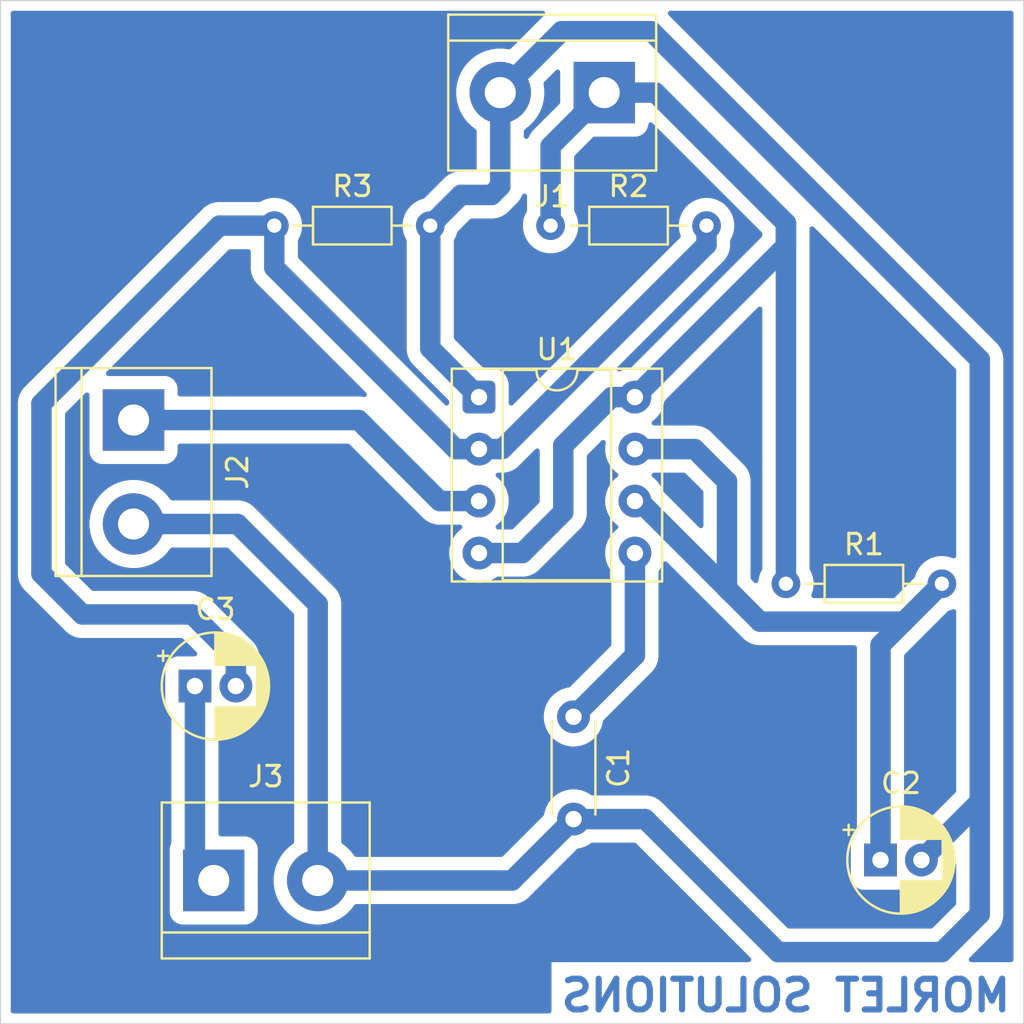
<source format=kicad_pcb>
(kicad_pcb (version 20241229) (generator "pcbnew") (generator_version "9.0")
  (layers (0 "F.Cu" signal) (2 "B.Cu" signal) (13 "F.Paste" user) (15 "B.Paste" user) (5 "F.SilkS" user "F.Silkscreen") (7 "B.SilkS" user "B.Silkscreen") (1 "F.Mask" user) (3 "B.Mask" user) (25 "Edge.Cuts" user))
  (net 0 "")
  (net 1 "Net-(U1-CV)")
  (net 2 "Net-(J1-Pin_2)")
  (net 3 "Net-(U1-DIS)")
  (net 4 "Net-(U1-TR)")
  (net 5 "Net-(J3-Pin_1)")
  (net 6 "Net-(J1-Pin_1)")
  (net 7 "Net-(J2-Pin_1)")
  (footprint "Capacitor_THT:C_Disc_D4.3mm_W1.9mm_P5.00mm" (layer "F.Cu") (at 108 75 -90)
    (property "Reference" "C1" (at 2.5 -2.2 90) (layer "F.SilkS"))
    (property "Value" "0.01uF")
    (fp_line (start 0.23 1.07) (end 4.77 1.07) (stroke (width 0.12)) (layer "F.SilkS"))
    (fp_line (start 0.23 1.055) (end 0.23 1.07) (stroke (width 0.12)) (layer "F.SilkS"))
    (fp_line (start 4.77 1.055) (end 4.77 1.07) (stroke (width 0.12)) (layer "F.SilkS"))
    (fp_line (start 0.23 -1.07) (end 0.23 -1.055) (stroke (width 0.12)) (layer "F.SilkS"))
    (fp_line (start 0.23 -1.07) (end 4.77 -1.07) (stroke (width 0.12)) (layer "F.SilkS"))
    (fp_line (start 4.77 -1.07) (end 4.77 -1.055) (stroke (width 0.12)) (layer "F.SilkS"))
    (pad "1" thru_hole circle (at 0 0 270) (size 1.6 1.6) (drill 0.8) (layers "*.Cu" "*.Mask") (net 1 "Net-(U1-CV)"))
    (pad "2" thru_hole circle (at 5 0 270) (size 1.6 1.6) (drill 0.8) (layers "*.Cu" "*.Mask") (net 2 "Net-(J1-Pin_2)"))
  )
  (footprint "TerminalBlock:TerminalBlock_bornier-2_P5.08mm" (layer "F.Cu") (at 109.5 44.5 180)
    (property "Reference" "J1" (at 2.54 -5.08 0) (layer "F.SilkS"))
    (property "Value" "Conn_01x02")
    (fp_line (start 7.62 3.81) (end 7.62 -3.81) (stroke (width 0.12)) (layer "F.SilkS"))
    (fp_line (start 7.62 2.54) (end -2.54 2.54) (stroke (width 0.12)) (layer "F.SilkS"))
    (fp_line (start 7.62 -3.81) (end -2.54 -3.81) (stroke (width 0.12)) (layer "F.SilkS"))
    (fp_line (start -2.54 3.81) (end 7.62 3.81) (stroke (width 0.12)) (layer "F.SilkS"))
    (fp_line (start -2.54 -3.81) (end -2.54 3.81) (stroke (width 0.12)) (layer "F.SilkS"))
    (pad "1" thru_hole rect (at 0 0 180) (size 3 3) (drill 1.52) (layers "*.Cu" "*.Mask") (net 6 "Net-(J1-Pin_1)"))
    (pad "2" thru_hole circle (at 5.08 0 180) (size 3 3) (drill 1.52) (layers "*.Cu" "*.Mask") (net 2 "Net-(J1-Pin_2)"))
  )
  (footprint "Capacitor_THT:CP_Radial_D5.0mm_P2.00mm" (layer "F.Cu") (at 89.5 73.5)
    (property "Reference" "C3" (at 1 -3.75 0) (layer "F.SilkS"))
    (property "Value" "10uF")
    (fp_line (start -1.804775 -1.475) (end -1.304775 -1.475) (stroke (width 0.12)) (layer "F.SilkS"))
    (fp_line (start -1.554775 -1.725) (end -1.554775 -1.225) (stroke (width 0.12)) (layer "F.SilkS"))
    (fp_line (start 1 -2.58) (end 1 -1.04) (stroke (width 0.12)) (layer "F.SilkS"))
    (fp_line (start 1 1.04) (end 1 2.58) (stroke (width 0.12)) (layer "F.SilkS"))
    (fp_line (start 1.04 -2.58) (end 1.04 -1.04) (stroke (width 0.12)) (layer "F.SilkS"))
    (fp_line (start 1.04 1.04) (end 1.04 2.58) (stroke (width 0.12)) (layer "F.SilkS"))
    (fp_line (start 1.08 -2.579) (end 1.08 -1.04) (stroke (width 0.12)) (layer "F.SilkS"))
    (fp_line (start 1.08 1.04) (end 1.08 2.579) (stroke (width 0.12)) (layer "F.SilkS"))
    (fp_line (start 1.12 -2.578) (end 1.12 -1.04) (stroke (width 0.12)) (layer "F.SilkS"))
    (fp_line (start 1.12 1.04) (end 1.12 2.578) (stroke (width 0.12)) (layer "F.SilkS"))
    (fp_line (start 1.16 -2.576) (end 1.16 -1.04) (stroke (width 0.12)) (layer "F.SilkS"))
    (fp_line (start 1.16 1.04) (end 1.16 2.576) (stroke (width 0.12)) (layer "F.SilkS"))
    (fp_line (start 1.2 -2.573) (end 1.2 -1.04) (stroke (width 0.12)) (layer "F.SilkS"))
    (fp_line (start 1.2 1.04) (end 1.2 2.573) (stroke (width 0.12)) (layer "F.SilkS"))
    (fp_line (start 1.24 -2.569) (end 1.24 -1.04) (stroke (width 0.12)) (layer "F.SilkS"))
    (fp_line (start 1.24 1.04) (end 1.24 2.569) (stroke (width 0.12)) (layer "F.SilkS"))
    (fp_line (start 1.28 -2.565) (end 1.28 -1.04) (stroke (width 0.12)) (layer "F.SilkS"))
    (fp_line (start 1.28 1.04) (end 1.28 2.565) (stroke (width 0.12)) (layer "F.SilkS"))
    (fp_line (start 1.32 -2.561) (end 1.32 -1.04) (stroke (width 0.12)) (layer "F.SilkS"))
    (fp_line (start 1.32 1.04) (end 1.32 2.561) (stroke (width 0.12)) (layer "F.SilkS"))
    (fp_line (start 1.36 -2.556) (end 1.36 -1.04) (stroke (width 0.12)) (layer "F.SilkS"))
    (fp_line (start 1.36 1.04) (end 1.36 2.556) (stroke (width 0.12)) (layer "F.SilkS"))
    (fp_line (start 1.4 -2.55) (end 1.4 -1.04) (stroke (width 0.12)) (layer "F.SilkS"))
    (fp_line (start 1.4 1.04) (end 1.4 2.55) (stroke (width 0.12)) (layer "F.SilkS"))
    (fp_line (start 1.44 -2.543) (end 1.44 -1.04) (stroke (width 0.12)) (layer "F.SilkS"))
    (fp_line (start 1.44 1.04) (end 1.44 2.543) (stroke (width 0.12)) (layer "F.SilkS"))
    (fp_line (start 1.48 -2.536) (end 1.48 -1.04) (stroke (width 0.12)) (layer "F.SilkS"))
    (fp_line (start 1.48 1.04) (end 1.48 2.536) (stroke (width 0.12)) (layer "F.SilkS"))
    (fp_line (start 1.52 -2.528) (end 1.52 -1.04) (stroke (width 0.12)) (layer "F.SilkS"))
    (fp_line (start 1.52 1.04) (end 1.52 2.528) (stroke (width 0.12)) (layer "F.SilkS"))
    (fp_line (start 1.56 -2.52) (end 1.56 -1.04) (stroke (width 0.12)) (layer "F.SilkS"))
    (fp_line (start 1.56 1.04) (end 1.56 2.52) (stroke (width 0.12)) (layer "F.SilkS"))
    (fp_line (start 1.6 -2.511) (end 1.6 -1.04) (stroke (width 0.12)) (layer "F.SilkS"))
    (fp_line (start 1.6 1.04) (end 1.6 2.511) (stroke (width 0.12)) (layer "F.SilkS"))
    (fp_line (start 1.64 -2.501) (end 1.64 -1.04) (stroke (width 0.12)) (layer "F.SilkS"))
    (fp_line (start 1.64 1.04) (end 1.64 2.501) (stroke (width 0.12)) (layer "F.SilkS"))
    (fp_line (start 1.68 -2.491) (end 1.68 -1.04) (stroke (width 0.12)) (layer "F.SilkS"))
    (fp_line (start 1.68 1.04) (end 1.68 2.491) (stroke (width 0.12)) (layer "F.SilkS"))
    (fp_line (start 1.721 -2.48) (end 1.721 -1.04) (stroke (width 0.12)) (layer "F.SilkS"))
    (fp_line (start 1.721 1.04) (end 1.721 2.48) (stroke (width 0.12)) (layer "F.SilkS"))
    (fp_line (start 1.761 -2.468) (end 1.761 -1.04) (stroke (width 0.12)) (layer "F.SilkS"))
    (fp_line (start 1.761 1.04) (end 1.761 2.468) (stroke (width 0.12)) (layer "F.SilkS"))
    (fp_line (start 1.801 -2.455) (end 1.801 -1.04) (stroke (width 0.12)) (layer "F.SilkS"))
    (fp_line (start 1.801 1.04) (end 1.801 2.455) (stroke (width 0.12)) (layer "F.SilkS"))
    (fp_line (start 1.841 -2.442) (end 1.841 -1.04) (stroke (width 0.12)) (layer "F.SilkS"))
    (fp_line (start 1.841 1.04) (end 1.841 2.442) (stroke (width 0.12)) (layer "F.SilkS"))
    (fp_line (start 1.881 -2.428) (end 1.881 -1.04) (stroke (width 0.12)) (layer "F.SilkS"))
    (fp_line (start 1.881 1.04) (end 1.881 2.428) (stroke (width 0.12)) (layer "F.SilkS"))
    (fp_line (start 1.921 -2.414) (end 1.921 -1.04) (stroke (width 0.12)) (layer "F.SilkS"))
    (fp_line (start 1.921 1.04) (end 1.921 2.414) (stroke (width 0.12)) (layer "F.SilkS"))
    (fp_line (start 1.961 -2.398) (end 1.961 -1.04) (stroke (width 0.12)) (layer "F.SilkS"))
    (fp_line (start 1.961 1.04) (end 1.961 2.398) (stroke (width 0.12)) (layer "F.SilkS"))
    (fp_line (start 2.001 -2.382) (end 2.001 -1.04) (stroke (width 0.12)) (layer "F.SilkS"))
    (fp_line (start 2.001 1.04) (end 2.001 2.382) (stroke (width 0.12)) (layer "F.SilkS"))
    (fp_line (start 2.041 -2.365) (end 2.041 -1.04) (stroke (width 0.12)) (layer "F.SilkS"))
    (fp_line (start 2.041 1.04) (end 2.041 2.365) (stroke (width 0.12)) (layer "F.SilkS"))
    (fp_line (start 2.081 -2.348) (end 2.081 -1.04) (stroke (width 0.12)) (layer "F.SilkS"))
    (fp_line (start 2.081 1.04) (end 2.081 2.348) (stroke (width 0.12)) (layer "F.SilkS"))
    (fp_line (start 2.121 -2.329) (end 2.121 -1.04) (stroke (width 0.12)) (layer "F.SilkS"))
    (fp_line (start 2.121 1.04) (end 2.121 2.329) (stroke (width 0.12)) (layer "F.SilkS"))
    (fp_line (start 2.161 -2.31) (end 2.161 -1.04) (stroke (width 0.12)) (layer "F.SilkS"))
    (fp_line (start 2.161 1.04) (end 2.161 2.31) (stroke (width 0.12)) (layer "F.SilkS"))
    (fp_line (start 2.201 -2.29) (end 2.201 -1.04) (stroke (width 0.12)) (layer "F.SilkS"))
    (fp_line (start 2.201 1.04) (end 2.201 2.29) (stroke (width 0.12)) (layer "F.SilkS"))
    (fp_line (start 2.241 -2.268) (end 2.241 -1.04) (stroke (width 0.12)) (layer "F.SilkS"))
    (fp_line (start 2.241 1.04) (end 2.241 2.268) (stroke (width 0.12)) (layer "F.SilkS"))
    (fp_line (start 2.281 -2.247) (end 2.281 -1.04) (stroke (width 0.12)) (layer "F.SilkS"))
    (fp_line (start 2.281 1.04) (end 2.281 2.247) (stroke (width 0.12)) (layer "F.SilkS"))
    (fp_line (start 2.321 -2.224) (end 2.321 -1.04) (stroke (width 0.12)) (layer "F.SilkS"))
    (fp_line (start 2.321 1.04) (end 2.321 2.224) (stroke (width 0.12)) (layer "F.SilkS"))
    (fp_line (start 2.361 -2.2) (end 2.361 -1.04) (stroke (width 0.12)) (layer "F.SilkS"))
    (fp_line (start 2.361 1.04) (end 2.361 2.2) (stroke (width 0.12)) (layer "F.SilkS"))
    (fp_line (start 2.401 -2.175) (end 2.401 -1.04) (stroke (width 0.12)) (layer "F.SilkS"))
    (fp_line (start 2.401 1.04) (end 2.401 2.175) (stroke (width 0.12)) (layer "F.SilkS"))
    (fp_line (start 2.441 -2.149) (end 2.441 -1.04) (stroke (width 0.12)) (layer "F.SilkS"))
    (fp_line (start 2.441 1.04) (end 2.441 2.149) (stroke (width 0.12)) (layer "F.SilkS"))
    (fp_line (start 2.481 -2.122) (end 2.481 -1.04) (stroke (width 0.12)) (layer "F.SilkS"))
    (fp_line (start 2.481 1.04) (end 2.481 2.122) (stroke (width 0.12)) (layer "F.SilkS"))
    (fp_line (start 2.521 -2.095) (end 2.521 -1.04) (stroke (width 0.12)) (layer "F.SilkS"))
    (fp_line (start 2.521 1.04) (end 2.521 2.095) (stroke (width 0.12)) (layer "F.SilkS"))
    (fp_line (start 2.561 -2.065) (end 2.561 -1.04) (stroke (width 0.12)) (layer "F.SilkS"))
    (fp_line (start 2.561 1.04) (end 2.561 2.065) (stroke (width 0.12)) (layer "F.SilkS"))
    (fp_line (start 2.601 -2.035) (end 2.601 -1.04) (stroke (width 0.12)) (layer "F.SilkS"))
    (fp_line (start 2.601 1.04) (end 2.601 2.035) (stroke (width 0.12)) (layer "F.SilkS"))
    (fp_line (start 2.641 -2.004) (end 2.641 -1.04) (stroke (width 0.12)) (layer "F.SilkS"))
    (fp_line (start 2.641 1.04) (end 2.641 2.004) (stroke (width 0.12)) (layer "F.SilkS"))
    (fp_line (start 2.681 -1.971) (end 2.681 -1.04) (stroke (width 0.12)) (layer "F.SilkS"))
    (fp_line (start 2.681 1.04) (end 2.681 1.971) (stroke (width 0.12)) (layer "F.SilkS"))
    (fp_line (start 2.721 -1.937) (end 2.721 -1.04) (stroke (width 0.12)) (layer "F.SilkS"))
    (fp_line (start 2.721 1.04) (end 2.721 1.937) (stroke (width 0.12)) (layer "F.SilkS"))
    (fp_line (start 2.761 -1.901) (end 2.761 -1.04) (stroke (width 0.12)) (layer "F.SilkS"))
    (fp_line (start 2.761 1.04) (end 2.761 1.901) (stroke (width 0.12)) (layer "F.SilkS"))
    (fp_line (start 2.801 -1.864) (end 2.801 -1.04) (stroke (width 0.12)) (layer "F.SilkS"))
    (fp_line (start 2.801 1.04) (end 2.801 1.864) (stroke (width 0.12)) (layer "F.SilkS"))
    (fp_line (start 2.841 -1.826) (end 2.841 -1.04) (stroke (width 0.12)) (layer "F.SilkS"))
    (fp_line (start 2.841 1.04) (end 2.841 1.826) (stroke (width 0.12)) (layer "F.SilkS"))
    (fp_line (start 2.881 -1.785) (end 2.881 -1.04) (stroke (width 0.12)) (layer "F.SilkS"))
    (fp_line (start 2.881 1.04) (end 2.881 1.785) (stroke (width 0.12)) (layer "F.SilkS"))
    (fp_line (start 2.921 -1.743) (end 2.921 -1.04) (stroke (width 0.12)) (layer "F.SilkS"))
    (fp_line (start 2.921 1.04) (end 2.921 1.743) (stroke (width 0.12)) (layer "F.SilkS"))
    (fp_line (start 2.961 -1.699) (end 2.961 -1.04) (stroke (width 0.12)) (layer "F.SilkS"))
    (fp_line (start 2.961 1.04) (end 2.961 1.699) (stroke (width 0.12)) (layer "F.SilkS"))
    (fp_line (start 3.001 -1.653) (end 3.001 -1.04) (stroke (width 0.12)) (layer "F.SilkS"))
    (fp_line (start 3.001 1.04) (end 3.001 1.653) (stroke (width 0.12)) (layer "F.SilkS"))
    (fp_line (start 3.041 -1.605) (end 3.041 1.605) (stroke (width 0.12)) (layer "F.SilkS"))
    (fp_line (start 3.081 -1.554) (end 3.081 1.554) (stroke (width 0.12)) (layer "F.SilkS"))
    (fp_line (start 3.121 -1.5) (end 3.121 1.5) (stroke (width 0.12)) (layer "F.SilkS"))
    (fp_line (start 3.161 -1.443) (end 3.161 1.443) (stroke (width 0.12)) (layer "F.SilkS"))
    (fp_line (start 3.201 -1.383) (end 3.201 1.383) (stroke (width 0.12)) (layer "F.SilkS"))
    (fp_line (start 3.241 -1.319) (end 3.241 1.319) (stroke (width 0.12)) (layer "F.SilkS"))
    (fp_line (start 3.281 -1.251) (end 3.281 1.251) (stroke (width 0.12)) (layer "F.SilkS"))
    (fp_line (start 3.321 -1.178) (end 3.321 1.178) (stroke (width 0.12)) (layer "F.SilkS"))
    (fp_line (start 3.361 -1.098) (end 3.361 1.098) (stroke (width 0.12)) (layer "F.SilkS"))
    (fp_line (start 3.401 -1.011) (end 3.401 1.011) (stroke (width 0.12)) (layer "F.SilkS"))
    (fp_line (start 3.441 -0.915) (end 3.441 0.915) (stroke (width 0.12)) (layer "F.SilkS"))
    (fp_line (start 3.481 -0.805) (end 3.481 0.805) (stroke (width 0.12)) (layer "F.SilkS"))
    (fp_line (start 3.521 -0.677) (end 3.521 0.677) (stroke (width 0.12)) (layer "F.SilkS"))
    (fp_line (start 3.561 -0.518) (end 3.561 0.518) (stroke (width 0.12)) (layer "F.SilkS"))
    (fp_line (start 3.601 -0.284) (end 3.601 0.284) (stroke (width 0.12)) (layer "F.SilkS"))
    (fp_circle (center 1 0) (end 3.62 0) (stroke (width 0.12)) (fill no) (layer "F.SilkS"))
    (pad "1" thru_hole rect (at 0 0) (size 1.6 1.6) (drill 0.8) (layers "*.Cu" "*.Mask") (net 5 "Net-(J3-Pin_1)"))
    (pad "2" thru_hole circle (at 2 0) (size 1.6 1.6) (drill 0.8) (layers "*.Cu" "*.Mask") (net 4 "Net-(U1-TR)"))
  )
  (footprint "Resistor_THT:R_Axial_DIN0204_L3.6mm_D1.6mm_P7.62mm_Horizontal" (layer "F.Cu") (at 118.38 68.5)
    (property "Reference" "R1" (at 3.81 -1.92 0) (layer "F.SilkS"))
    (property "Value" "1k")
    (fp_line (start 0.94 0) (end 1.89 0) (stroke (width 0.12)) (layer "F.SilkS"))
    (fp_line (start 1.89 -0.92) (end 1.89 0.92) (stroke (width 0.12)) (layer "F.SilkS"))
    (fp_line (start 1.89 0.92) (end 5.73 0.92) (stroke (width 0.12)) (layer "F.SilkS"))
    (fp_line (start 5.73 -0.92) (end 1.89 -0.92) (stroke (width 0.12)) (layer "F.SilkS"))
    (fp_line (start 5.73 0.92) (end 5.73 -0.92) (stroke (width 0.12)) (layer "F.SilkS"))
    (fp_line (start 6.68 0) (end 5.73 0) (stroke (width 0.12)) (layer "F.SilkS"))
    (pad "1" thru_hole circle (at 0 0) (size 1.4 1.4) (drill 0.7) (layers "*.Cu" "*.Mask") (net 6 "Net-(J1-Pin_1)"))
    (pad "2" thru_hole oval (at 7.62 0) (size 1.4 1.4) (drill 0.7) (layers "*.Cu" "*.Mask") (net 3 "Net-(U1-DIS)"))
  )
  (footprint "TerminalBlock:TerminalBlock_bornier-2_P5.08mm" (layer "F.Cu") (at 90.42 83)
    (property "Reference" "J3" (at 2.54 -5.08 0) (layer "F.SilkS"))
    (property "Value" "Conn_01x02")
    (fp_line (start -2.54 -3.81) (end -2.54 3.81) (stroke (width 0.12)) (layer "F.SilkS"))
    (fp_line (start -2.54 3.81) (end 7.62 3.81) (stroke (width 0.12)) (layer "F.SilkS"))
    (fp_line (start 7.62 -3.81) (end -2.54 -3.81) (stroke (width 0.12)) (layer "F.SilkS"))
    (fp_line (start 7.62 2.54) (end -2.54 2.54) (stroke (width 0.12)) (layer "F.SilkS"))
    (fp_line (start 7.62 3.81) (end 7.62 -3.81) (stroke (width 0.12)) (layer "F.SilkS"))
    (pad "1" thru_hole rect (at 0 0) (size 3 3) (drill 1.52) (layers "*.Cu" "*.Mask") (net 5 "Net-(J3-Pin_1)"))
    (pad "2" thru_hole circle (at 5.08 0) (size 3 3) (drill 1.52) (layers "*.Cu" "*.Mask") (net 2 "Net-(J1-Pin_2)"))
  )
  (footprint "TerminalBlock:TerminalBlock_bornier-2_P5.08mm" (layer "F.Cu") (at 86.5 60.5 -90)
    (property "Reference" "J2" (at 2.54 -5.08 90) (layer "F.SilkS"))
    (property "Value" "Conn_01x02")
    (fp_line (start -2.54 3.81) (end 7.62 3.81) (stroke (width 0.12)) (layer "F.SilkS"))
    (fp_line (start 7.62 3.81) (end 7.62 -3.81) (stroke (width 0.12)) (layer "F.SilkS"))
    (fp_line (start 7.62 2.54) (end -2.54 2.54) (stroke (width 0.12)) (layer "F.SilkS"))
    (fp_line (start -2.54 -3.81) (end -2.54 3.81) (stroke (width 0.12)) (layer "F.SilkS"))
    (fp_line (start 7.62 -3.81) (end -2.54 -3.81) (stroke (width 0.12)) (layer "F.SilkS"))
    (pad "1" thru_hole rect (at 0 0 270) (size 3 3) (drill 1.52) (layers "*.Cu" "*.Mask") (net 7 "Net-(J2-Pin_1)"))
    (pad "2" thru_hole circle (at 5.08 0 270) (size 3 3) (drill 1.52) (layers "*.Cu" "*.Mask") (net 2 "Net-(J1-Pin_2)"))
  )
  (footprint "Package_DIP:DIP-8_W7.62mm_Socket" (layer "F.Cu") (at 103.38 59.38)
    (property "Reference" "U1" (at 3.81 -2.33 0) (layer "F.SilkS"))
    (property "Value" "LM555xM")
    (fp_line (start 1.16 -1.33) (end 1.16 8.95) (stroke (width 0.12)) (layer "F.SilkS"))
    (fp_line (start 1.16 8.95) (end 6.46 8.95) (stroke (width 0.12)) (layer "F.SilkS"))
    (fp_line (start 2.81 -1.33) (end 1.16 -1.33) (stroke (width 0.12)) (layer "F.SilkS"))
    (fp_line (start 6.46 -1.33) (end 4.81 -1.33) (stroke (width 0.12)) (layer "F.SilkS"))
    (fp_line (start 6.46 8.95) (end 6.46 -1.33) (stroke (width 0.12)) (layer "F.SilkS"))
    (fp_rect (start -1.33 -1.39) (end 8.95 9.01) (stroke (width 0.12)) (fill no) (layer "F.SilkS"))
    (fp_arc (start 4.81 -1.33) (mid 3.81 -0.33) (end 2.81 -1.33) (stroke (width 0.12)) (layer "F.SilkS"))
    (pad "1" thru_hole roundrect (at 0 0) (size 1.6 1.6) (drill 0.8) (layers "*.Cu" "*.Mask") (roundrect_rratio 0.15625) (net 2 "Net-(J1-Pin_2)"))
    (pad "2" thru_hole circle (at 0 2.54) (size 1.6 1.6) (drill 0.8) (layers "*.Cu" "*.Mask") (net 4 "Net-(U1-TR)"))
    (pad "3" thru_hole circle (at 0 5.08) (size 1.6 1.6) (drill 0.8) (layers "*.Cu" "*.Mask") (net 7 "Net-(J2-Pin_1)"))
    (pad "4" thru_hole circle (at 0 7.62) (size 1.6 1.6) (drill 0.8) (layers "*.Cu" "*.Mask") (net 6 "Net-(J1-Pin_1)"))
    (pad "5" thru_hole circle (at 7.62 7.62) (size 1.6 1.6) (drill 0.8) (layers "*.Cu" "*.Mask") (net 1 "Net-(U1-CV)"))
    (pad "6" thru_hole circle (at 7.62 5.08) (size 1.6 1.6) (drill 0.8) (layers "*.Cu" "*.Mask") (net 3 "Net-(U1-DIS)"))
    (pad "7" thru_hole circle (at 7.62 2.54) (size 1.6 1.6) (drill 0.8) (layers "*.Cu" "*.Mask") (net 3 "Net-(U1-DIS)"))
    (pad "8" thru_hole circle (at 7.62 0) (size 1.6 1.6) (drill 0.8) (layers "*.Cu" "*.Mask") (net 6 "Net-(J1-Pin_1)"))
  )
  (footprint "Resistor_THT:R_Axial_DIN0204_L3.6mm_D1.6mm_P7.62mm_Horizontal" (layer "F.Cu") (at 93.38 51)
    (property "Reference" "R3" (at 3.81 -1.92 0) (layer "F.SilkS"))
    (property "Value" "1k")
    (fp_line (start 0.94 0) (end 1.89 0) (stroke (width 0.12)) (layer "F.SilkS"))
    (fp_line (start 1.89 -0.92) (end 1.89 0.92) (stroke (width 0.12)) (layer "F.SilkS"))
    (fp_line (start 1.89 0.92) (end 5.73 0.92) (stroke (width 0.12)) (layer "F.SilkS"))
    (fp_line (start 5.73 -0.92) (end 1.89 -0.92) (stroke (width 0.12)) (layer "F.SilkS"))
    (fp_line (start 5.73 0.92) (end 5.73 -0.92) (stroke (width 0.12)) (layer "F.SilkS"))
    (fp_line (start 6.68 0) (end 5.73 0) (stroke (width 0.12)) (layer "F.SilkS"))
    (pad "1" thru_hole circle (at 0 0) (size 1.4 1.4) (drill 0.7) (layers "*.Cu" "*.Mask") (net 4 "Net-(U1-TR)"))
    (pad "2" thru_hole oval (at 7.62 0) (size 1.4 1.4) (drill 0.7) (layers "*.Cu" "*.Mask") (net 2 "Net-(J1-Pin_2)"))
  )
  (footprint "Resistor_THT:R_Axial_DIN0204_L3.6mm_D1.6mm_P7.62mm_Horizontal" (layer "F.Cu") (at 106.88 51)
    (property "Reference" "R2" (at 3.81 -1.92 0) (layer "F.SilkS"))
    (property "Value" "1k")
    (fp_line (start 0.94 0) (end 1.89 0) (stroke (width 0.12)) (layer "F.SilkS"))
    (fp_line (start 1.89 -0.92) (end 1.89 0.92) (stroke (width 0.12)) (layer "F.SilkS"))
    (fp_line (start 1.89 0.92) (end 5.73 0.92) (stroke (width 0.12)) (layer "F.SilkS"))
    (fp_line (start 5.73 -0.92) (end 1.89 -0.92) (stroke (width 0.12)) (layer "F.SilkS"))
    (fp_line (start 5.73 0.92) (end 5.73 -0.92) (stroke (width 0.12)) (layer "F.SilkS"))
    (fp_line (start 6.68 0) (end 5.73 0) (stroke (width 0.12)) (layer "F.SilkS"))
    (pad "1" thru_hole circle (at 0 0) (size 1.4 1.4) (drill 0.7) (layers "*.Cu" "*.Mask") (net 6 "Net-(J1-Pin_1)"))
    (pad "2" thru_hole oval (at 7.62 0) (size 1.4 1.4) (drill 0.7) (layers "*.Cu" "*.Mask") (net 4 "Net-(U1-TR)"))
  )
  (footprint "Capacitor_THT:CP_Radial_D5.0mm_P2.00mm" (layer "F.Cu") (at 123 82)
    (property "Reference" "C2" (at 1 -3.75 0) (layer "F.SilkS"))
    (property "Value" "10uF")
    (fp_line (start -1.804775 -1.475) (end -1.304775 -1.475) (stroke (width 0.12)) (layer "F.SilkS"))
    (fp_line (start -1.554775 -1.725) (end -1.554775 -1.225) (stroke (width 0.12)) (layer "F.SilkS"))
    (fp_line (start 1 -2.58) (end 1 -1.04) (stroke (width 0.12)) (layer "F.SilkS"))
    (fp_line (start 1 1.04) (end 1 2.58) (stroke (width 0.12)) (layer "F.SilkS"))
    (fp_line (start 1.04 -2.58) (end 1.04 -1.04) (stroke (width 0.12)) (layer "F.SilkS"))
    (fp_line (start 1.04 1.04) (end 1.04 2.58) (stroke (width 0.12)) (layer "F.SilkS"))
    (fp_line (start 1.08 -2.579) (end 1.08 -1.04) (stroke (width 0.12)) (layer "F.SilkS"))
    (fp_line (start 1.08 1.04) (end 1.08 2.579) (stroke (width 0.12)) (layer "F.SilkS"))
    (fp_line (start 1.12 -2.578) (end 1.12 -1.04) (stroke (width 0.12)) (layer "F.SilkS"))
    (fp_line (start 1.12 1.04) (end 1.12 2.578) (stroke (width 0.12)) (layer "F.SilkS"))
    (fp_line (start 1.16 -2.576) (end 1.16 -1.04) (stroke (width 0.12)) (layer "F.SilkS"))
    (fp_line (start 1.16 1.04) (end 1.16 2.576) (stroke (width 0.12)) (layer "F.SilkS"))
    (fp_line (start 1.2 -2.573) (end 1.2 -1.04) (stroke (width 0.12)) (layer "F.SilkS"))
    (fp_line (start 1.2 1.04) (end 1.2 2.573) (stroke (width 0.12)) (layer "F.SilkS"))
    (fp_line (start 1.24 -2.569) (end 1.24 -1.04) (stroke (width 0.12)) (layer "F.SilkS"))
    (fp_line (start 1.24 1.04) (end 1.24 2.569) (stroke (width 0.12)) (layer "F.SilkS"))
    (fp_line (start 1.28 -2.565) (end 1.28 -1.04) (stroke (width 0.12)) (layer "F.SilkS"))
    (fp_line (start 1.28 1.04) (end 1.28 2.565) (stroke (width 0.12)) (layer "F.SilkS"))
    (fp_line (start 1.32 -2.561) (end 1.32 -1.04) (stroke (width 0.12)) (layer "F.SilkS"))
    (fp_line (start 1.32 1.04) (end 1.32 2.561) (stroke (width 0.12)) (layer "F.SilkS"))
    (fp_line (start 1.36 -2.556) (end 1.36 -1.04) (stroke (width 0.12)) (layer "F.SilkS"))
    (fp_line (start 1.36 1.04) (end 1.36 2.556) (stroke (width 0.12)) (layer "F.SilkS"))
    (fp_line (start 1.4 -2.55) (end 1.4 -1.04) (stroke (width 0.12)) (layer "F.SilkS"))
    (fp_line (start 1.4 1.04) (end 1.4 2.55) (stroke (width 0.12)) (layer "F.SilkS"))
    (fp_line (start 1.44 -2.543) (end 1.44 -1.04) (stroke (width 0.12)) (layer "F.SilkS"))
    (fp_line (start 1.44 1.04) (end 1.44 2.543) (stroke (width 0.12)) (layer "F.SilkS"))
    (fp_line (start 1.48 -2.536) (end 1.48 -1.04) (stroke (width 0.12)) (layer "F.SilkS"))
    (fp_line (start 1.48 1.04) (end 1.48 2.536) (stroke (width 0.12)) (layer "F.SilkS"))
    (fp_line (start 1.52 -2.528) (end 1.52 -1.04) (stroke (width 0.12)) (layer "F.SilkS"))
    (fp_line (start 1.52 1.04) (end 1.52 2.528) (stroke (width 0.12)) (layer "F.SilkS"))
    (fp_line (start 1.56 -2.52) (end 1.56 -1.04) (stroke (width 0.12)) (layer "F.SilkS"))
    (fp_line (start 1.56 1.04) (end 1.56 2.52) (stroke (width 0.12)) (layer "F.SilkS"))
    (fp_line (start 1.6 -2.511) (end 1.6 -1.04) (stroke (width 0.12)) (layer "F.SilkS"))
    (fp_line (start 1.6 1.04) (end 1.6 2.511) (stroke (width 0.12)) (layer "F.SilkS"))
    (fp_line (start 1.64 -2.501) (end 1.64 -1.04) (stroke (width 0.12)) (layer "F.SilkS"))
    (fp_line (start 1.64 1.04) (end 1.64 2.501) (stroke (width 0.12)) (layer "F.SilkS"))
    (fp_line (start 1.68 -2.491) (end 1.68 -1.04) (stroke (width 0.12)) (layer "F.SilkS"))
    (fp_line (start 1.68 1.04) (end 1.68 2.491) (stroke (width 0.12)) (layer "F.SilkS"))
    (fp_line (start 1.721 -2.48) (end 1.721 -1.04) (stroke (width 0.12)) (layer "F.SilkS"))
    (fp_line (start 1.721 1.04) (end 1.721 2.48) (stroke (width 0.12)) (layer "F.SilkS"))
    (fp_line (start 1.761 -2.468) (end 1.761 -1.04) (stroke (width 0.12)) (layer "F.SilkS"))
    (fp_line (start 1.761 1.04) (end 1.761 2.468) (stroke (width 0.12)) (layer "F.SilkS"))
    (fp_line (start 1.801 -2.455) (end 1.801 -1.04) (stroke (width 0.12)) (layer "F.SilkS"))
    (fp_line (start 1.801 1.04) (end 1.801 2.455) (stroke (width 0.12)) (layer "F.SilkS"))
    (fp_line (start 1.841 -2.442) (end 1.841 -1.04) (stroke (width 0.12)) (layer "F.SilkS"))
    (fp_line (start 1.841 1.04) (end 1.841 2.442) (stroke (width 0.12)) (layer "F.SilkS"))
    (fp_line (start 1.881 -2.428) (end 1.881 -1.04) (stroke (width 0.12)) (layer "F.SilkS"))
    (fp_line (start 1.881 1.04) (end 1.881 2.428) (stroke (width 0.12)) (layer "F.SilkS"))
    (fp_line (start 1.921 -2.414) (end 1.921 -1.04) (stroke (width 0.12)) (layer "F.SilkS"))
    (fp_line (start 1.921 1.04) (end 1.921 2.414) (stroke (width 0.12)) (layer "F.SilkS"))
    (fp_line (start 1.961 -2.398) (end 1.961 -1.04) (stroke (width 0.12)) (layer "F.SilkS"))
    (fp_line (start 1.961 1.04) (end 1.961 2.398) (stroke (width 0.12)) (layer "F.SilkS"))
    (fp_line (start 2.001 -2.382) (end 2.001 -1.04) (stroke (width 0.12)) (layer "F.SilkS"))
    (fp_line (start 2.001 1.04) (end 2.001 2.382) (stroke (width 0.12)) (layer "F.SilkS"))
    (fp_line (start 2.041 -2.365) (end 2.041 -1.04) (stroke (width 0.12)) (layer "F.SilkS"))
    (fp_line (start 2.041 1.04) (end 2.041 2.365) (stroke (width 0.12)) (layer "F.SilkS"))
    (fp_line (start 2.081 -2.348) (end 2.081 -1.04) (stroke (width 0.12)) (layer "F.SilkS"))
    (fp_line (start 2.081 1.04) (end 2.081 2.348) (stroke (width 0.12)) (layer "F.SilkS"))
    (fp_line (start 2.121 -2.329) (end 2.121 -1.04) (stroke (width 0.12)) (layer "F.SilkS"))
    (fp_line (start 2.121 1.04) (end 2.121 2.329) (stroke (width 0.12)) (layer "F.SilkS"))
    (fp_line (start 2.161 -2.31) (end 2.161 -1.04) (stroke (width 0.12)) (layer "F.SilkS"))
    (fp_line (start 2.161 1.04) (end 2.161 2.31) (stroke (width 0.12)) (layer "F.SilkS"))
    (fp_line (start 2.201 -2.29) (end 2.201 -1.04) (stroke (width 0.12)) (layer "F.SilkS"))
    (fp_line (start 2.201 1.04) (end 2.201 2.29) (stroke (width 0.12)) (layer "F.SilkS"))
    (fp_line (start 2.241 -2.268) (end 2.241 -1.04) (stroke (width 0.12)) (layer "F.SilkS"))
    (fp_line (start 2.241 1.04) (end 2.241 2.268) (stroke (width 0.12)) (layer "F.SilkS"))
    (fp_line (start 2.281 -2.247) (end 2.281 -1.04) (stroke (width 0.12)) (layer "F.SilkS"))
    (fp_line (start 2.281 1.04) (end 2.281 2.247) (stroke (width 0.12)) (layer "F.SilkS"))
    (fp_line (start 2.321 -2.224) (end 2.321 -1.04) (stroke (width 0.12)) (layer "F.SilkS"))
    (fp_line (start 2.321 1.04) (end 2.321 2.224) (stroke (width 0.12)) (layer "F.SilkS"))
    (fp_line (start 2.361 -2.2) (end 2.361 -1.04) (stroke (width 0.12)) (layer "F.SilkS"))
    (fp_line (start 2.361 1.04) (end 2.361 2.2) (stroke (width 0.12)) (layer "F.SilkS"))
    (fp_line (start 2.401 -2.175) (end 2.401 -1.04) (stroke (width 0.12)) (layer "F.SilkS"))
    (fp_line (start 2.401 1.04) (end 2.401 2.175) (stroke (width 0.12)) (layer "F.SilkS"))
    (fp_line (start 2.441 -2.149) (end 2.441 -1.04) (stroke (width 0.12)) (layer "F.SilkS"))
    (fp_line (start 2.441 1.04) (end 2.441 2.149) (stroke (width 0.12)) (layer "F.SilkS"))
    (fp_line (start 2.481 -2.122) (end 2.481 -1.04) (stroke (width 0.12)) (layer "F.SilkS"))
    (fp_line (start 2.481 1.04) (end 2.481 2.122) (stroke (width 0.12)) (layer "F.SilkS"))
    (fp_line (start 2.521 -2.095) (end 2.521 -1.04) (stroke (width 0.12)) (layer "F.SilkS"))
    (fp_line (start 2.521 1.04) (end 2.521 2.095) (stroke (width 0.12)) (layer "F.SilkS"))
    (fp_line (start 2.561 -2.065) (end 2.561 -1.04) (stroke (width 0.12)) (layer "F.SilkS"))
    (fp_line (start 2.561 1.04) (end 2.561 2.065) (stroke (width 0.12)) (layer "F.SilkS"))
    (fp_line (start 2.601 -2.035) (end 2.601 -1.04) (stroke (width 0.12)) (layer "F.SilkS"))
    (fp_line (start 2.601 1.04) (end 2.601 2.035) (stroke (width 0.12)) (layer "F.SilkS"))
    (fp_line (start 2.641 -2.004) (end 2.641 -1.04) (stroke (width 0.12)) (layer "F.SilkS"))
    (fp_line (start 2.641 1.04) (end 2.641 2.004) (stroke (width 0.12)) (layer "F.SilkS"))
    (fp_line (start 2.681 -1.971) (end 2.681 -1.04) (stroke (width 0.12)) (layer "F.SilkS"))
    (fp_line (start 2.681 1.04) (end 2.681 1.971) (stroke (width 0.12)) (layer "F.SilkS"))
    (fp_line (start 2.721 -1.937) (end 2.721 -1.04) (stroke (width 0.12)) (layer "F.SilkS"))
    (fp_line (start 2.721 1.04) (end 2.721 1.937) (stroke (width 0.12)) (layer "F.SilkS"))
    (fp_line (start 2.761 -1.901) (end 2.761 -1.04) (stroke (width 0.12)) (layer "F.SilkS"))
    (fp_line (start 2.761 1.04) (end 2.761 1.901) (stroke (width 0.12)) (layer "F.SilkS"))
    (fp_line (start 2.801 -1.864) (end 2.801 -1.04) (stroke (width 0.12)) (layer "F.SilkS"))
    (fp_line (start 2.801 1.04) (end 2.801 1.864) (stroke (width 0.12)) (layer "F.SilkS"))
    (fp_line (start 2.841 -1.826) (end 2.841 -1.04) (stroke (width 0.12)) (layer "F.SilkS"))
    (fp_line (start 2.841 1.04) (end 2.841 1.826) (stroke (width 0.12)) (layer "F.SilkS"))
    (fp_line (start 2.881 -1.785) (end 2.881 -1.04) (stroke (width 0.12)) (layer "F.SilkS"))
    (fp_line (start 2.881 1.04) (end 2.881 1.785) (stroke (width 0.12)) (layer "F.SilkS"))
    (fp_line (start 2.921 -1.743) (end 2.921 -1.04) (stroke (width 0.12)) (layer "F.SilkS"))
    (fp_line (start 2.921 1.04) (end 2.921 1.743) (stroke (width 0.12)) (layer "F.SilkS"))
    (fp_line (start 2.961 -1.699) (end 2.961 -1.04) (stroke (width 0.12)) (layer "F.SilkS"))
    (fp_line (start 2.961 1.04) (end 2.961 1.699) (stroke (width 0.12)) (layer "F.SilkS"))
    (fp_line (start 3.001 -1.653) (end 3.001 -1.04) (stroke (width 0.12)) (layer "F.SilkS"))
    (fp_line (start 3.001 1.04) (end 3.001 1.653) (stroke (width 0.12)) (layer "F.SilkS"))
    (fp_line (start 3.041 -1.605) (end 3.041 1.605) (stroke (width 0.12)) (layer "F.SilkS"))
    (fp_line (start 3.081 -1.554) (end 3.081 1.554) (stroke (width 0.12)) (layer "F.SilkS"))
    (fp_line (start 3.121 -1.5) (end 3.121 1.5) (stroke (width 0.12)) (layer "F.SilkS"))
    (fp_line (start 3.161 -1.443) (end 3.161 1.443) (stroke (width 0.12)) (layer "F.SilkS"))
    (fp_line (start 3.201 -1.383) (end 3.201 1.383) (stroke (width 0.12)) (layer "F.SilkS"))
    (fp_line (start 3.241 -1.319) (end 3.241 1.319) (stroke (width 0.12)) (layer "F.SilkS"))
    (fp_line (start 3.281 -1.251) (end 3.281 1.251) (stroke (width 0.12)) (layer "F.SilkS"))
    (fp_line (start 3.321 -1.178) (end 3.321 1.178) (stroke (width 0.12)) (layer "F.SilkS"))
    (fp_line (start 3.361 -1.098) (end 3.361 1.098) (stroke (width 0.12)) (layer "F.SilkS"))
    (fp_line (start 3.401 -1.011) (end 3.401 1.011) (stroke (width 0.12)) (layer "F.SilkS"))
    (fp_line (start 3.441 -0.915) (end 3.441 0.915) (stroke (width 0.12)) (layer "F.SilkS"))
    (fp_line (start 3.481 -0.805) (end 3.481 0.805) (stroke (width 0.12)) (layer "F.SilkS"))
    (fp_line (start 3.521 -0.677) (end 3.521 0.677) (stroke (width 0.12)) (layer "F.SilkS"))
    (fp_line (start 3.561 -0.518) (end 3.561 0.518) (stroke (width 0.12)) (layer "F.SilkS"))
    (fp_line (start 3.601 -0.284) (end 3.601 0.284) (stroke (width 0.12)) (layer "F.SilkS"))
    (fp_circle (center 1 0) (end 3.62 0) (stroke (width 0.12)) (fill no) (layer "F.SilkS"))
    (pad "1" thru_hole rect (at 0 0) (size 1.6 1.6) (drill 0.8) (layers "*.Cu" "*.Mask") (net 3 "Net-(U1-DIS)"))
    (pad "2" thru_hole circle (at 2 0) (size 1.6 1.6) (drill 0.8) (layers "*.Cu" "*.Mask") (net 2 "Net-(J1-Pin_2)"))
  )
  (gr_rect (start 80 40) (end 130 90) (stroke (width 0.05)) (fill no) (layer "Edge.Cuts"))
  (gr_text "MORLET SOLUTIONS\n" (at 129.5 89.5 0) (layer "B.Cu") (effects (font (size 1.5 1.5) (thickness 0.3) (bold yes)) (justify left bottom mirror)))
  (segment (start 111 72) (end 108 75) (width 1) (layer "B.Cu") (net 1))
  (segment (start 111 67) (end 111 72) (width 1) (layer "B.Cu") (net 1))
  (segment (start 91.58 65.58) (end 95.5 69.5) (width 1) (layer "B.Cu") (net 2))
  (segment (start 104.42 49.08) (end 104.42 44.5) (width 1) (layer "B.Cu") (net 2))
  (segment (start 127.851 84.649) (end 127.851 79.149) (width 1) (layer "B.Cu") (net 2))
  (segment (start 104 49.5) (end 104.42 49.08) (width 1) (layer "B.Cu") (net 2))
  (segment (start 111.802 41.5) (end 107.42 41.5) (width 1) (layer "B.Cu") (net 2))
  (segment (start 125 82) (end 127.851 79.149) (width 1) (layer "B.Cu") (net 2))
  (segment (start 86.5 65.58) (end 91.58 65.58) (width 1) (layer "B.Cu") (net 2))
  (segment (start 127.851 57.549) (end 111.802 41.5) (width 1) (layer "B.Cu") (net 2))
  (segment (start 118 86.5) (end 126 86.5) (width 1) (layer "B.Cu") (net 2))
  (segment (start 101 51) (end 102.5 49.5) (width 1) (layer "B.Cu") (net 2))
  (segment (start 105 83) (end 108 80) (width 1) (layer "B.Cu") (net 2))
  (segment (start 108 80) (end 111.5 80) (width 1) (layer "B.Cu") (net 2))
  (segment (start 101 51) (end 101 57) (width 1) (layer "B.Cu") (net 2))
  (segment (start 102.5 49.5) (end 104 49.5) (width 1) (layer "B.Cu") (net 2))
  (segment (start 127.851 79.149) (end 127.851 57.549) (width 1) (layer "B.Cu") (net 2))
  (segment (start 126 86.5) (end 127.851 84.649) (width 1) (layer "B.Cu") (net 2))
  (segment (start 111.5 80) (end 118 86.5) (width 1) (layer "B.Cu") (net 2))
  (segment (start 107.42 41.5) (end 104.42 44.5) (width 1) (layer "B.Cu") (net 2))
  (segment (start 95.5 69.5) (end 95.5 83) (width 1) (layer "B.Cu") (net 2))
  (segment (start 101 57) (end 103.38 59.38) (width 1) (layer "B.Cu") (net 2))
  (segment (start 95.5 83) (end 105 83) (width 1) (layer "B.Cu") (net 2))
  (segment (start 113.92 61.92) (end 115.5 63.5) (width 1) (layer "B.Cu") (net 3))
  (segment (start 117.110131 70.351) (end 115.629565 68.870435) (width 1) (layer "B.Cu") (net 3))
  (segment (start 124.149 70.351) (end 117.110131 70.351) (width 1) (layer "B.Cu") (net 3))
  (segment (start 123 71.5) (end 124.149 70.351) (width 1) (layer "B.Cu") (net 3))
  (segment (start 115.5 63.5) (end 115.5 68.74087) (width 1) (layer "B.Cu") (net 3))
  (segment (start 111.219131 64.46) (end 111 64.46) (width 1) (layer "B.Cu") (net 3))
  (segment (start 115.629565 68.870435) (end 111.219131 64.46) (width 1) (layer "B.Cu") (net 3))
  (segment (start 126 68.5) (end 124.149 70.351) (width 1) (layer "B.Cu") (net 3))
  (segment (start 123 82) (end 123 71.5) (width 1) (layer "B.Cu") (net 3))
  (segment (start 115.5 68.74087) (end 115.629565 68.870435) (width 1) (layer "B.Cu") (net 3))
  (segment (start 111 61.92) (end 113.92 61.92) (width 1) (layer "B.Cu") (net 3))
  (segment (start 82 59.698) (end 90.698 51) (width 1) (layer "B.Cu") (net 4))
  (segment (start 90.698 51) (end 93.38 51) (width 1) (layer "B.Cu") (net 4))
  (segment (start 91.5 73.5) (end 91.5 72.132919) (width 1) (layer "B.Cu") (net 4))
  (segment (start 82 68) (end 82 59.698) (width 1) (layer "B.Cu") (net 4))
  (segment (start 114.5 51.93137) (end 114.5 51) (width 1) (layer "B.Cu") (net 4))
  (segment (start 102.24863 61.92) (end 103.38 61.92) (width 1) (layer "B.Cu") (net 4))
  (segment (start 103.38 61.92) (end 104.51137 61.92) (width 1) (layer "B.Cu") (net 4))
  (segment (start 93.38 53.05137) (end 102.24863 61.92) (width 1) (layer "B.Cu") (net 4))
  (segment (start 84 70) (end 82 68) (width 1) (layer "B.Cu") (net 4))
  (segment (start 91.5 72.132919) (end 89.367081 70) (width 1) (layer "B.Cu") (net 4))
  (segment (start 93.38 51) (end 93.38 53.05137) (width 1) (layer "B.Cu") (net 4))
  (segment (start 89.367081 70) (end 84 70) (width 1) (layer "B.Cu") (net 4))
  (segment (start 104.51137 61.92) (end 114.5 51.93137) (width 1) (layer "B.Cu") (net 4))
  (segment (start 90.42 83) (end 89.5 82.08) (width 1) (layer "B.Cu") (net 5))
  (segment (start 89.5 82.08) (end 89.5 73.5) (width 1) (layer "B.Cu") (net 5))
  (segment (start 106.88 51) (end 106.88 47.12) (width 1) (layer "B.Cu") (net 6))
  (segment (start 111 59.38) (end 118.38 52) (width 1) (layer "B.Cu") (net 6))
  (segment (start 118.38 50.88) (end 118.38 68.5) (width 1) (layer "B.Cu") (net 6))
  (segment (start 107.5 65) (end 105.5 67) (width 1) (layer "B.Cu") (net 6))
  (segment (start 105.5 67) (end 103.38 67) (width 1) (layer "B.Cu") (net 6))
  (segment (start 112 44.5) (end 118.38 50.88) (width 1) (layer "B.Cu") (net 6))
  (segment (start 106.88 47.12) (end 109.5 44.5) (width 1) (layer "B.Cu") (net 6))
  (segment (start 118.38 52) (end 118.38 50.88) (width 1) (layer "B.Cu") (net 6))
  (segment (start 111 59.38) (end 109.86863 59.38) (width 1) (layer "B.Cu") (net 6))
  (segment (start 109.5 44.5) (end 112 44.5) (width 1) (layer "B.Cu") (net 6))
  (segment (start 109.86863 59.38) (end 107.5 61.74863) (width 1) (layer "B.Cu") (net 6))
  (segment (start 107.5 61.74863) (end 107.5 65) (width 1) (layer "B.Cu") (net 6))
  (segment (start 97.499999 60.5) (end 101.459999 64.46) (width 1) (layer "B.Cu") (net 7))
  (segment (start 101.459999 64.46) (end 103.38 64.46) (width 1) (layer "B.Cu") (net 7))
  (segment (start 86.5 60.5) (end 97.499999 60.5) (width 1) (layer "B.Cu") (net 7))
  (zone (net 0) (net_name "") (layer "B.Cu") (connect_pads (clearance 0.5)) (min_thickness 0.25) (fill yes (thermal_gap 0.5) (thermal_bridge_width 0.5) (island_removal_mode 1) (island_area_min 10))
    (polygon (pts (xy 130 40.5) (xy 130 90) (xy 80.5 90) (xy 80.5 40.5)))
  )
)
</source>
